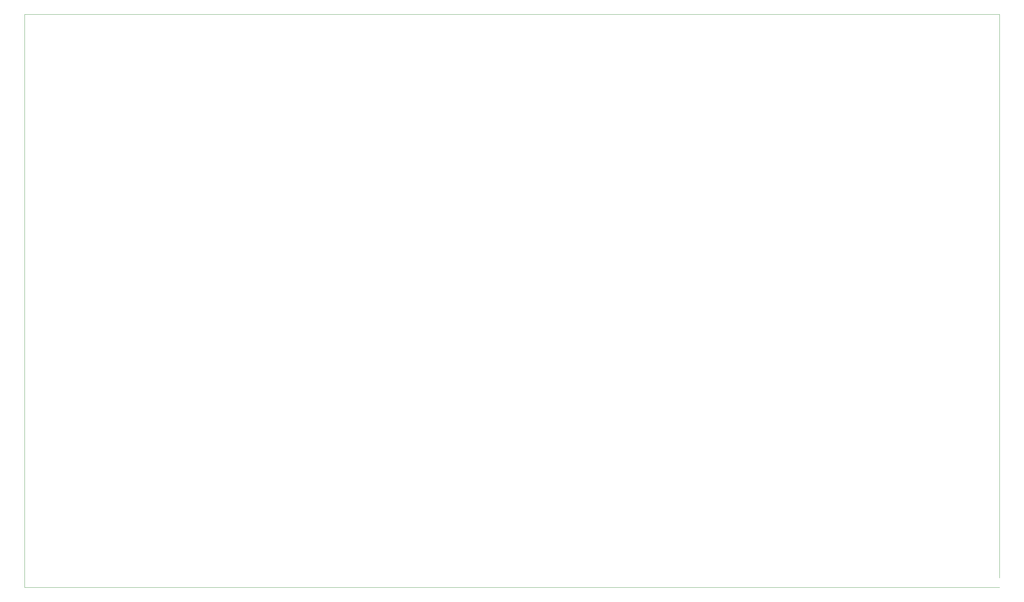
<source format=gbr>
%TF.GenerationSoftware,KiCad,Pcbnew,(6.0.2)*%
%TF.CreationDate,2022-03-04T23:41:04+01:00*%
%TF.ProjectId,Kniffel_V1,4b6e6966-6665-46c5-9f56-312e6b696361,rev?*%
%TF.SameCoordinates,Original*%
%TF.FileFunction,Profile,NP*%
%FSLAX46Y46*%
G04 Gerber Fmt 4.6, Leading zero omitted, Abs format (unit mm)*
G04 Created by KiCad (PCBNEW (6.0.2)) date 2022-03-04 23:41:04*
%MOMM*%
%LPD*%
G01*
G04 APERTURE LIST*
%TA.AperFunction,Profile*%
%ADD10C,0.100000*%
%TD*%
G04 APERTURE END LIST*
D10*
X274320000Y-12700000D02*
X274320000Y-162560000D01*
X15240000Y-12700000D02*
X274320000Y-12700000D01*
X15240000Y-165100000D02*
X15240000Y-12700000D01*
X274320000Y-165100000D02*
X15240000Y-165100000D01*
M02*

</source>
